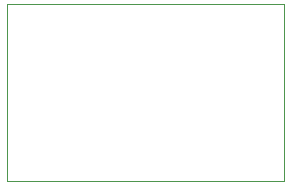
<source format=gbr>
%TF.GenerationSoftware,KiCad,Pcbnew,5.1.8-db9833491~87~ubuntu20.04.1*%
%TF.CreationDate,2020-11-05T18:03:59+01:00*%
%TF.ProjectId,rosalyn-sat,726f7361-6c79-46e2-9d73-61742e6b6963,v1.0*%
%TF.SameCoordinates,Original*%
%TF.FileFunction,Profile,NP*%
%FSLAX46Y46*%
G04 Gerber Fmt 4.6, Leading zero omitted, Abs format (unit mm)*
G04 Created by KiCad (PCBNEW 5.1.8-db9833491~87~ubuntu20.04.1) date 2020-11-05 18:03:59*
%MOMM*%
%LPD*%
G01*
G04 APERTURE LIST*
%TA.AperFunction,Profile*%
%ADD10C,0.050000*%
%TD*%
G04 APERTURE END LIST*
D10*
X125000000Y-108500000D02*
X125000000Y-93500000D01*
X148450000Y-108500000D02*
X125000000Y-108500000D01*
X148450000Y-93500000D02*
X148450000Y-108500000D01*
X125000000Y-93500000D02*
X148450000Y-93500000D01*
M02*

</source>
